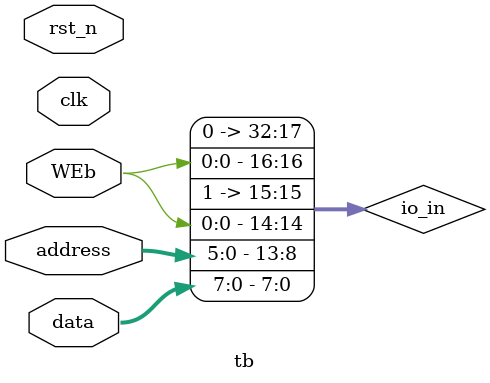
<source format=v>
`default_nettype none
`timescale 1ns/100ps

module tb(
	input WEb,
	input [5:0] address,
	input [7:0] data,

	input clk,
	input rst_n
);

`ifdef TRACE_ON
	initial begin
		$dumpfile("tb.vcd");
		$dumpvars(0, tb);
		#1;
	end
`endif

wire [32:0] io_in = {16'h0000, WEb, 1'b1, WEb, address, data};
wire [20:0] io_out;
wire io_oeb;

wire DAC_clk = io_out[19];
wire DAC_dat_1 = io_out[17];
wire DAC_le = io_out[18];
wire DAC_dat_2 = io_out[20];

wrapped_sid wrapped_sid(
	.wb_clk_i(clk),
	.rst_n(rst_n),
	.io_in(io_in),
	.io_out(io_out),
	.io_oeb(io_oeb)
);

DAC7611 DAC7611(
	.clk(DAC_clk),
	.dat1(DAC_dat_1),
	.dat2(DAC_dat_2),
	.leb(DAC_le),
	.rst_b(rst_n)
);

endmodule

</source>
